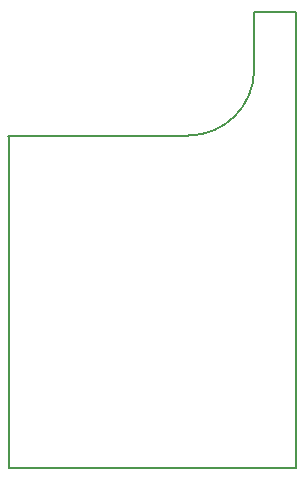
<source format=gm1>
%TF.GenerationSoftware,KiCad,Pcbnew,4.0.7*%
%TF.CreationDate,2018-03-05T22:26:54+00:00*%
%TF.ProjectId,a5v11-mod-01,61357631312D6D6F642D30312E6B6963,rev?*%
%TF.FileFunction,Profile,NP*%
%FSLAX46Y46*%
G04 Gerber Fmt 4.6, Leading zero omitted, Abs format (unit mm)*
G04 Created by KiCad (PCBNEW 4.0.7) date Monday, 05 March 2018 'PMt' 22:26:54*
%MOMM*%
%LPD*%
G01*
G04 APERTURE LIST*
%ADD10C,0.100000*%
%ADD11C,0.150000*%
G04 APERTURE END LIST*
D10*
D11*
X15240000Y28194000D02*
G75*
G03X20828000Y33782000I0J5588000D01*
G01*
X90600Y71400D02*
X90600Y28121400D01*
X24390600Y71400D02*
X90600Y71400D01*
X24390600Y38621400D02*
X24390600Y71400D01*
X20790600Y38621400D02*
X24390600Y38621400D01*
X20828000Y33782000D02*
X20790600Y38621400D01*
X0Y28194000D02*
X15240000Y28194000D01*
M02*

</source>
